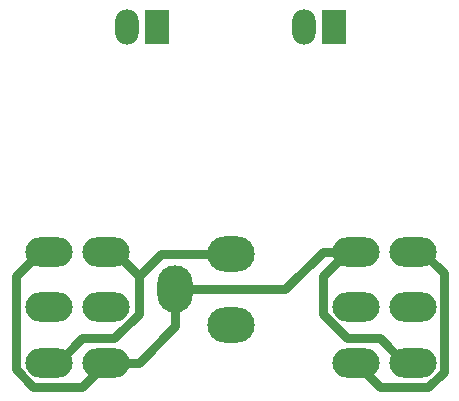
<source format=gbr>
G04 #@! TF.GenerationSoftware,KiCad,Pcbnew,(5.0.2)-1*
G04 #@! TF.CreationDate,2021-08-06T22:30:58+01:00*
G04 #@! TF.ProjectId,CN-BA3-03-03-kicad,434e2d42-4133-42d3-9033-2d30332d6b69,rev?*
G04 #@! TF.SameCoordinates,Original*
G04 #@! TF.FileFunction,Copper,L2,Bot*
G04 #@! TF.FilePolarity,Positive*
%FSLAX46Y46*%
G04 Gerber Fmt 4.6, Leading zero omitted, Abs format (unit mm)*
G04 Created by KiCad (PCBNEW (5.0.2)-1) date 06/08/2021 22:30:58*
%MOMM*%
%LPD*%
G01*
G04 APERTURE LIST*
G04 #@! TA.AperFunction,ComponentPad*
%ADD10O,4.000000X2.500000*%
G04 #@! TD*
G04 #@! TA.AperFunction,ComponentPad*
%ADD11O,4.000000X3.000000*%
G04 #@! TD*
G04 #@! TA.AperFunction,ComponentPad*
%ADD12O,3.000000X4.000000*%
G04 #@! TD*
G04 #@! TA.AperFunction,ComponentPad*
%ADD13O,2.000000X3.000000*%
G04 #@! TD*
G04 #@! TA.AperFunction,ComponentPad*
%ADD14R,2.000000X3.000000*%
G04 #@! TD*
G04 #@! TA.AperFunction,Conductor*
%ADD15C,0.800000*%
G04 #@! TD*
G04 APERTURE END LIST*
D10*
G04 #@! TO.P,SW1,2*
G04 #@! TO.N,Net-(J2-Pad2)*
X-15413000Y-12000000D03*
G04 #@! TO.P,SW1,1*
G04 #@! TO.N,+5V*
X-15413000Y-16699000D03*
G04 #@! TO.P,SW1,3*
G04 #@! TO.N,GND*
X-15413000Y-7301000D03*
G04 #@! TO.P,SW1,6*
G04 #@! TO.N,+5V*
X-10587000Y-7301000D03*
G04 #@! TO.P,SW1,5*
G04 #@! TO.N,Net-(J2-Pad1)*
X-10587000Y-12000000D03*
G04 #@! TO.P,SW1,4*
G04 #@! TO.N,GND*
X-10587000Y-16699000D03*
G04 #@! TD*
G04 #@! TO.P,SW2,2*
G04 #@! TO.N,Net-(J3-Pad2)*
X10587000Y-12000000D03*
G04 #@! TO.P,SW2,1*
G04 #@! TO.N,+5V*
X10587000Y-16699000D03*
G04 #@! TO.P,SW2,3*
G04 #@! TO.N,GND*
X10587000Y-7301000D03*
G04 #@! TO.P,SW2,6*
G04 #@! TO.N,+5V*
X15413000Y-7301000D03*
G04 #@! TO.P,SW2,5*
G04 #@! TO.N,Net-(J3-Pad1)*
X15413000Y-12000000D03*
G04 #@! TO.P,SW2,4*
G04 #@! TO.N,GND*
X15413000Y-16699000D03*
G04 #@! TD*
D11*
G04 #@! TO.P,J1,2*
G04 #@! TO.N,Net-(J1-Pad2)*
X0Y-13493400D03*
G04 #@! TO.P,J1,1*
G04 #@! TO.N,+5V*
X0Y-7498600D03*
D12*
G04 #@! TO.P,J1,3*
G04 #@! TO.N,GND*
X-4699000Y-10499600D03*
G04 #@! TD*
D13*
G04 #@! TO.P,J2,2*
G04 #@! TO.N,Net-(J2-Pad2)*
X-8770000Y11685000D03*
D14*
G04 #@! TO.P,J2,1*
G04 #@! TO.N,Net-(J2-Pad1)*
X-6230000Y11685000D03*
G04 #@! TD*
G04 #@! TO.P,J3,1*
G04 #@! TO.N,Net-(J3-Pad1)*
X8770000Y11685000D03*
D13*
G04 #@! TO.P,J3,2*
G04 #@! TO.N,Net-(J3-Pad2)*
X6230000Y11685000D03*
G04 #@! TD*
D15*
G04 #@! TO.N,+5V*
X-197600Y-7301000D02*
X0Y-7498600D01*
X197600Y-7301000D02*
X0Y-7498600D01*
X-14663000Y-16699000D02*
X-15413000Y-16699000D01*
X-12613000Y-14649000D02*
X-14663000Y-16699000D01*
X-9869691Y-14649000D02*
X-12613000Y-14649000D01*
X-7787000Y-12566309D02*
X-9869691Y-14649000D01*
X-7787000Y-9351000D02*
X-7787000Y-12566309D01*
X-9837000Y-7301000D02*
X-7787000Y-9351000D01*
X-10587000Y-7301000D02*
X-9837000Y-7301000D01*
X-5934600Y-7498600D02*
X0Y-7498600D01*
X-7787000Y-9351000D02*
X-5934600Y-7498600D01*
X12637000Y-18749000D02*
X10587000Y-16699000D01*
X16729309Y-18749000D02*
X12637000Y-18749000D01*
X18013010Y-17465299D02*
X16729309Y-18749000D01*
X18013010Y-9151010D02*
X18013010Y-17465299D01*
X16163000Y-7301000D02*
X18013010Y-9151010D01*
X15413000Y-7301000D02*
X16163000Y-7301000D01*
G04 #@! TO.N,GND*
X-12637000Y-18749000D02*
X-10587000Y-16699000D01*
X-16729309Y-18749000D02*
X-12637000Y-18749000D01*
X-18213000Y-17265309D02*
X-16729309Y-18749000D01*
X-18213000Y-9351000D02*
X-18213000Y-17265309D01*
X-16163000Y-7301000D02*
X-18213000Y-9351000D01*
X-15413000Y-7301000D02*
X-16163000Y-7301000D01*
X-4699000Y-13299600D02*
X-4699000Y-10499600D01*
X-4699000Y-13611000D02*
X-4699000Y-13299600D01*
X-7787000Y-16699000D02*
X-4699000Y-13611000D01*
X-10587000Y-16699000D02*
X-7787000Y-16699000D01*
X14663000Y-16699000D02*
X15413000Y-16699000D01*
X9869691Y-14649000D02*
X12613000Y-14649000D01*
X7787000Y-12566309D02*
X9869691Y-14649000D01*
X12613000Y-14649000D02*
X14663000Y-16699000D01*
X7787000Y-9351000D02*
X7787000Y-12566309D01*
X9837000Y-7301000D02*
X7787000Y-9351000D01*
X10587000Y-7301000D02*
X9837000Y-7301000D01*
X-2399000Y-10499600D02*
X-4699000Y-10499600D01*
X4588400Y-10499600D02*
X-2399000Y-10499600D01*
X7787000Y-7301000D02*
X4588400Y-10499600D01*
X10587000Y-7301000D02*
X7787000Y-7301000D01*
G04 #@! TD*
M02*

</source>
